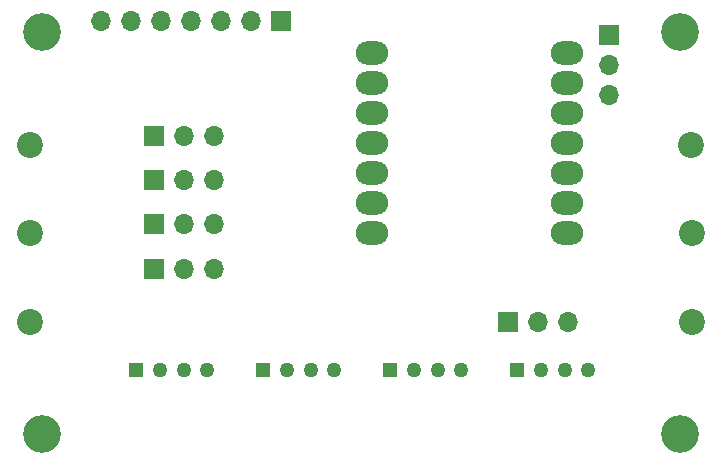
<source format=gbr>
%TF.GenerationSoftware,KiCad,Pcbnew,8.0.5*%
%TF.CreationDate,2024-10-07T22:09:58+02:00*%
%TF.ProjectId,kerstboom,6b657273-7462-46f6-9f6d-2e6b69636164,rev?*%
%TF.SameCoordinates,Original*%
%TF.FileFunction,Soldermask,Bot*%
%TF.FilePolarity,Negative*%
%FSLAX46Y46*%
G04 Gerber Fmt 4.6, Leading zero omitted, Abs format (unit mm)*
G04 Created by KiCad (PCBNEW 8.0.5) date 2024-10-07 22:09:58*
%MOMM*%
%LPD*%
G01*
G04 APERTURE LIST*
%ADD10C,2.200000*%
%ADD11C,3.200000*%
%ADD12R,1.270000X1.270000*%
%ADD13C,1.270000*%
%ADD14R,1.700000X1.700000*%
%ADD15O,1.700000X1.700000*%
%ADD16O,2.748280X1.998980*%
G04 APERTURE END LIST*
D10*
%TO.C,H5*%
X101750000Y-81500000D03*
%TD*%
D11*
%TO.C,H4*%
X156750000Y-106000000D03*
%TD*%
D10*
%TO.C,H6*%
X101750000Y-89000000D03*
%TD*%
%TO.C,H9*%
X157750000Y-89000000D03*
%TD*%
%TO.C,H10*%
X157750000Y-96500000D03*
%TD*%
D11*
%TO.C,H1*%
X102750000Y-72000000D03*
%TD*%
D10*
%TO.C,H8*%
X157700000Y-81500000D03*
%TD*%
D11*
%TO.C,H2*%
X102750000Y-106000000D03*
%TD*%
%TO.C,H3*%
X156750000Y-72000000D03*
%TD*%
D10*
%TO.C,H7*%
X101750000Y-96500000D03*
%TD*%
D12*
%TO.C,J2*%
X132250260Y-100549880D03*
D13*
X134251780Y-100550000D03*
X136248220Y-100550000D03*
X138249740Y-100550000D03*
%TD*%
D14*
%TO.C,JP10*%
X112250000Y-80750000D03*
D15*
X114790000Y-80750000D03*
X117330000Y-80750000D03*
%TD*%
D14*
%TO.C,JP12*%
X112250000Y-88250000D03*
D15*
X114790000Y-88250000D03*
X117330000Y-88250000D03*
%TD*%
D14*
%TO.C,JP1*%
X142210000Y-96500000D03*
D15*
X144750000Y-96500000D03*
X147290000Y-96500000D03*
%TD*%
D14*
%TO.C,J6*%
X150750000Y-72175000D03*
D15*
X150750000Y-74715000D03*
X150750000Y-77255000D03*
%TD*%
D12*
%TO.C,J4*%
X121500000Y-100549880D03*
D13*
X123501520Y-100550000D03*
X125497960Y-100550000D03*
X127499480Y-100550000D03*
%TD*%
D16*
%TO.C,U1*%
X147181290Y-73750000D03*
X147181290Y-76290000D03*
X147181290Y-78830000D03*
X147181290Y-81370000D03*
X147181290Y-83910000D03*
X147181290Y-86450000D03*
X147181290Y-88990000D03*
X130716730Y-88990000D03*
X130716730Y-86450000D03*
X130716730Y-83910000D03*
X130716730Y-81370000D03*
X130716730Y-78830000D03*
X130716730Y-76290000D03*
X130716730Y-73750000D03*
%TD*%
D14*
%TO.C,J5*%
X122950000Y-71000000D03*
D15*
X120410000Y-71000000D03*
X117870000Y-71000000D03*
X115330000Y-71000000D03*
X112790000Y-71000000D03*
X110250000Y-71000000D03*
X107710000Y-71000000D03*
%TD*%
D14*
%TO.C,JP11*%
X112250000Y-84500000D03*
D15*
X114790000Y-84500000D03*
X117330000Y-84500000D03*
%TD*%
D12*
%TO.C,J1*%
X143000260Y-100549880D03*
D13*
X145001780Y-100550000D03*
X146998220Y-100550000D03*
X148999740Y-100550000D03*
%TD*%
D12*
%TO.C,J3*%
X110750520Y-100549880D03*
D13*
X112752040Y-100550000D03*
X114748480Y-100550000D03*
X116750000Y-100550000D03*
%TD*%
D14*
%TO.C,JP13*%
X112210000Y-92000000D03*
D15*
X114750000Y-92000000D03*
X117290000Y-92000000D03*
%TD*%
M02*

</source>
